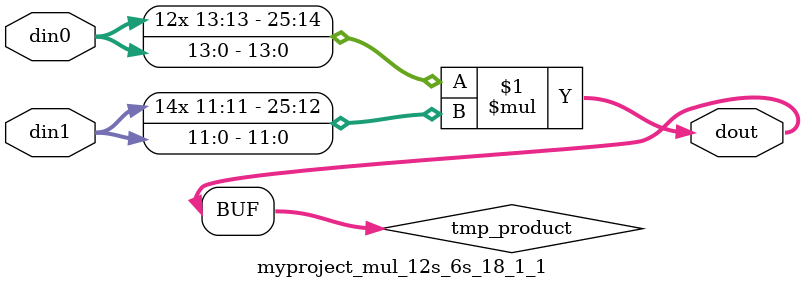
<source format=v>

`timescale 1 ns / 1 ps

 module myproject_mul_12s_6s_18_1_1(din0, din1, dout);
parameter ID = 1;
parameter NUM_STAGE = 0;
parameter din0_WIDTH = 14;
parameter din1_WIDTH = 12;
parameter dout_WIDTH = 26;

input [din0_WIDTH - 1 : 0] din0; 
input [din1_WIDTH - 1 : 0] din1; 
output [dout_WIDTH - 1 : 0] dout;

wire signed [dout_WIDTH - 1 : 0] tmp_product;



























assign tmp_product = $signed(din0) * $signed(din1);








assign dout = tmp_product;





















endmodule

</source>
